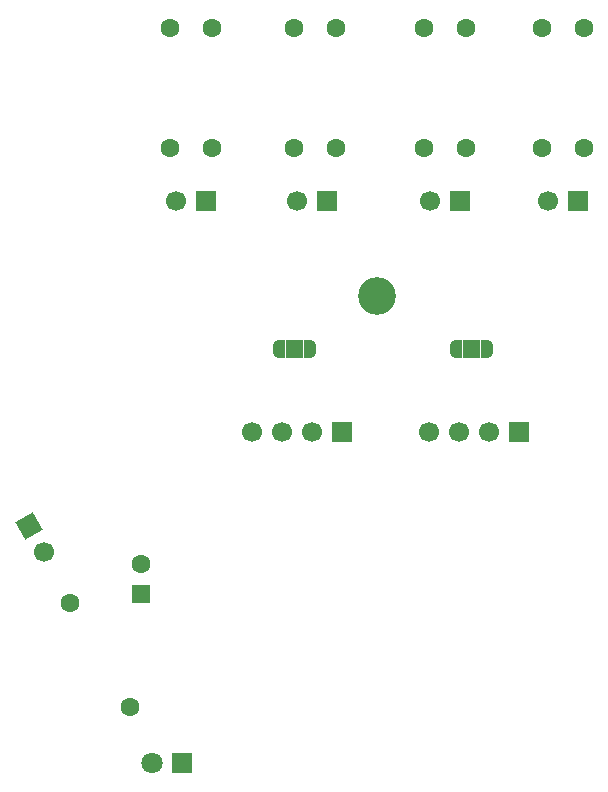
<source format=gbr>
%TF.GenerationSoftware,KiCad,Pcbnew,9.0.6*%
%TF.CreationDate,2025-11-13T19:18:10+01:00*%
%TF.ProjectId,hex-dna,6865782d-646e-4612-9e6b-696361645f70,rev?*%
%TF.SameCoordinates,Original*%
%TF.FileFunction,Soldermask,Top*%
%TF.FilePolarity,Negative*%
%FSLAX46Y46*%
G04 Gerber Fmt 4.6, Leading zero omitted, Abs format (unit mm)*
G04 Created by KiCad (PCBNEW 9.0.6) date 2025-11-13 19:18:10*
%MOMM*%
%LPD*%
G01*
G04 APERTURE LIST*
G04 Aperture macros list*
%AMRoundRect*
0 Rectangle with rounded corners*
0 $1 Rounding radius*
0 $2 $3 $4 $5 $6 $7 $8 $9 X,Y pos of 4 corners*
0 Add a 4 corners polygon primitive as box body*
4,1,4,$2,$3,$4,$5,$6,$7,$8,$9,$2,$3,0*
0 Add four circle primitives for the rounded corners*
1,1,$1+$1,$2,$3*
1,1,$1+$1,$4,$5*
1,1,$1+$1,$6,$7*
1,1,$1+$1,$8,$9*
0 Add four rect primitives between the rounded corners*
20,1,$1+$1,$2,$3,$4,$5,0*
20,1,$1+$1,$4,$5,$6,$7,0*
20,1,$1+$1,$6,$7,$8,$9,0*
20,1,$1+$1,$8,$9,$2,$3,0*%
%AMRotRect*
0 Rectangle, with rotation*
0 The origin of the aperture is its center*
0 $1 length*
0 $2 width*
0 $3 Rotation angle, in degrees counterclockwise*
0 Add horizontal line*
21,1,$1,$2,0,0,$3*%
%AMFreePoly0*
4,1,23,0.550000,-0.750000,0.000000,-0.750000,0.000000,-0.745722,-0.065263,-0.745722,-0.191342,-0.711940,-0.304381,-0.646677,-0.396677,-0.554381,-0.461940,-0.441342,-0.495722,-0.315263,-0.495722,-0.250000,-0.500000,-0.250000,-0.500000,0.250000,-0.495722,0.250000,-0.495722,0.315263,-0.461940,0.441342,-0.396677,0.554381,-0.304381,0.646677,-0.191342,0.711940,-0.065263,0.745722,0.000000,0.745722,
0.000000,0.750000,0.550000,0.750000,0.550000,-0.750000,0.550000,-0.750000,$1*%
%AMFreePoly1*
4,1,23,0.000000,0.745722,0.065263,0.745722,0.191342,0.711940,0.304381,0.646677,0.396677,0.554381,0.461940,0.441342,0.495722,0.315263,0.495722,0.250000,0.500000,0.250000,0.500000,-0.250000,0.495722,-0.250000,0.495722,-0.315263,0.461940,-0.441342,0.396677,-0.554381,0.304381,-0.646677,0.191342,-0.711940,0.065263,-0.745722,0.000000,-0.745722,0.000000,-0.750000,-0.550000,-0.750000,
-0.550000,0.750000,0.000000,0.750000,0.000000,0.745722,0.000000,0.745722,$1*%
G04 Aperture macros list end*
%ADD10R,1.700000X1.700000*%
%ADD11C,1.700000*%
%ADD12FreePoly0,180.000000*%
%ADD13R,1.000000X1.500000*%
%ADD14FreePoly1,180.000000*%
%ADD15C,1.600000*%
%ADD16R,1.800000X1.800000*%
%ADD17C,1.800000*%
%ADD18C,3.200000*%
%ADD19RotRect,1.700000X1.700000X30.000000*%
%ADD20RoundRect,0.250000X0.550000X-0.550000X0.550000X0.550000X-0.550000X0.550000X-0.550000X-0.550000X0*%
G04 APERTURE END LIST*
%TO.C,JP2*%
G36*
X68750000Y-48750000D02*
G01*
X67250000Y-48750000D01*
X67250000Y-47250000D01*
X68750000Y-47250000D01*
X68750000Y-48750000D01*
G37*
%TO.C,JP1*%
G36*
X53750000Y-48750000D02*
G01*
X52250000Y-48750000D01*
X52250000Y-47250000D01*
X53750000Y-47250000D01*
X53750000Y-48750000D01*
G37*
%TD*%
D10*
%TO.C,J3*%
X55775001Y-35500000D03*
D11*
X53235001Y-35500000D03*
%TD*%
D10*
%TO.C,+3V3 GND +5V EN*%
X57000000Y-55000000D03*
D11*
X54460000Y-55000000D03*
X51920000Y-55000000D03*
X49380000Y-55000000D03*
%TD*%
D12*
%TO.C,JP2*%
X69300000Y-48000000D03*
D13*
X68000000Y-48000000D03*
D14*
X66700000Y-48000000D03*
%TD*%
D15*
%TO.C,R6*%
X67500000Y-31000000D03*
X67500000Y-20840000D03*
%TD*%
%TO.C,R1*%
X42450000Y-31000000D03*
X42450000Y-20840000D03*
%TD*%
D12*
%TO.C,JP1*%
X54300000Y-48000000D03*
D13*
X53000000Y-48000000D03*
D14*
X51700000Y-48000000D03*
%TD*%
D15*
%TO.C,R4*%
X56500000Y-31000000D03*
X56500000Y-20840000D03*
%TD*%
D10*
%TO.C,J4*%
X67000000Y-35500000D03*
D11*
X64460000Y-35500000D03*
%TD*%
D16*
%TO.C,D1*%
X43500000Y-82999999D03*
D17*
X40960000Y-82999999D03*
%TD*%
D10*
%TO.C,+3V_CC GND CE +3V3*%
X72000000Y-55000000D03*
D11*
X69460000Y-55000000D03*
X66920000Y-55000000D03*
X64380000Y-55000000D03*
%TD*%
D15*
%TO.C,R5*%
X63950000Y-31000000D03*
X63950000Y-20840000D03*
%TD*%
%TO.C,R2*%
X46000000Y-31000000D03*
X46000000Y-20840000D03*
%TD*%
D18*
%TO.C,H1*%
X60000000Y-43500000D03*
%TD*%
D19*
%TO.C,J1*%
X30500000Y-63000000D03*
D11*
X31770000Y-65199705D03*
%TD*%
D15*
%TO.C,R7*%
X73950000Y-31000000D03*
X73950000Y-20840000D03*
%TD*%
D10*
%TO.C,J7*%
X77040003Y-35500000D03*
D11*
X74500003Y-35500000D03*
%TD*%
D20*
%TO.C,C1*%
X40000000Y-68705113D03*
D15*
X40000000Y-66205113D03*
%TD*%
%TO.C,R9*%
X34000000Y-69500000D03*
X39080000Y-78298817D03*
%TD*%
D10*
%TO.C,J2*%
X45500000Y-35500000D03*
D11*
X42960000Y-35500000D03*
%TD*%
D15*
%TO.C,R3*%
X52950000Y-31000000D03*
X52950000Y-20840000D03*
%TD*%
%TO.C,R8*%
X77500000Y-31000000D03*
X77500000Y-20840000D03*
%TD*%
M02*

</source>
